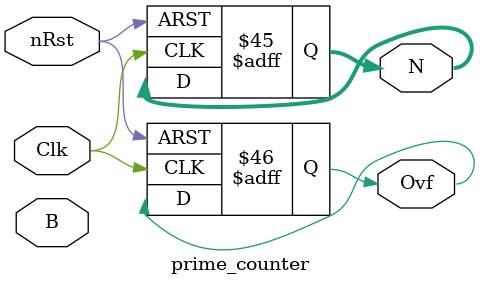
<source format=sv>
/*
Verilog code for sequential logic. Consider the following logic function.
Module name: prime_counter()

Inputs:
  Clk rising edge active clock
  nRst active low asynchronous reset 
  B[3:0] 4 bit unsigned binary number

Outputs:
  N[7:0] the number of prime numbers recognized since 
  last reset saturates at 255 (i.e., stops counting at 255, doesn't roll over)
  Ovf Ovf = 1 when number of primes exceeds 255
*/

module prime_counter(
  input logic Clk,
  input logic nRst,
  input logic [3:0] B,
  output logic [7:0] N,
  output logic Ovf
);
  logic [7:0] next_N;
  logic next_Ovf;

  always_ff @(posedge Clk, negedge nRst) begin : flip_flops
    if(~nRst) begin
      N <= '0;
      Ovf <= 1'b0;
    end
    else begin
      next_N <= N;
      next_Ovf <= Ovf;
    end
  end

  always_comb begin : prime_states
    next_Ovf = 1'b0;
    next_N = N;

    if (Ovf == 1) begin // Stop the count
      next_N = N;
      next_Ovf = 1'b1;
    end

    else begin
      if (N == 8'd255)
        next_Ovf = 1'b1;

      else begin
        next_Ovf = 1'b0;
        if((B == 4'd2) || (B == 4'd3) || (B == 4'd5)
        || (B == 4'd7) || (B == 4'd11) || (B == 4'd13))
          next_N = N + 1;
        else
          next_N = N;
      end
    end
  end

endmodule
</source>
